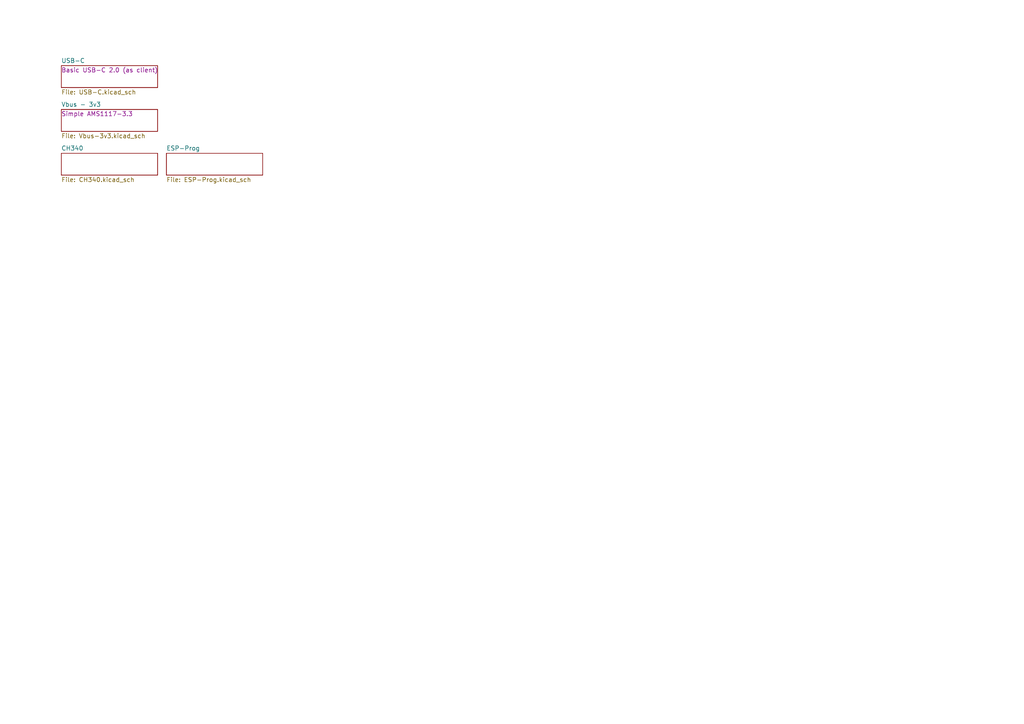
<source format=kicad_sch>
(kicad_sch (version 20211123) (generator eeschema)
  (paper "A4")
  (title_block (title "BMPS Tools") (date "2024-03-19") (rev "1.0.0") (company "S. A. Miller") (comment 1 "Module Flasher") (comment 2 "ATTiny Edition"))
  (lib_symbols)
  (sheet (at 17.78 19.05) (size 27.94 6.35) (stroke (width 0.1524))
    (property "Sheet name" "USB-C" (at 17.78 18.3384 0) (effects (justify left bottom)))
    (property "Sheet file" "USB-C.kicad_sch" (at 17.78 25.9846 0) (effects (justify left top)))
    (property "Field2" "Basic USB-C 2.0 (as client)" (at 17.78 20.32 0) (effects (justify left)))
  )
  (sheet (at 17.78 31.75) (size 27.94 6.35) (stroke (width 0.1524))
    (property "Sheet name" "Vbus - 3v3" (at 17.78 31.0384 0) (effects (justify left bottom)))
    (property "Sheet file" "Vbus-3v3.kicad_sch" (at 17.78 38.6846 0) (effects (justify left top)))
    (property "Field2" "Simple AMS1117-3.3" (at 17.78 33.02 0) (effects (justify left)))
  )
  (sheet (at 17.78 44.45) (size 27.94 6.35) (stroke (width 0.1524))
    (property "Sheet name" "CH340" (at 17.78 43.7384 0) (effects (justify left bottom)))
    (property "Sheet file" "CH340.kicad_sch" (at 17.78 51.3846 0) (effects (justify left top)))
  )
  (sheet (at 48.26 44.45) (size 27.94 6.35) (stroke (width 0.1524))
    (property "Sheet name" "ESP-Prog" (at 48.26 43.7384 0) (effects (justify left bottom)))
    (property "Sheet file" "ESP-Prog.kicad_sch" (at 48.26 51.3846 0) (effects (justify left top)))
  )
)
</source>
